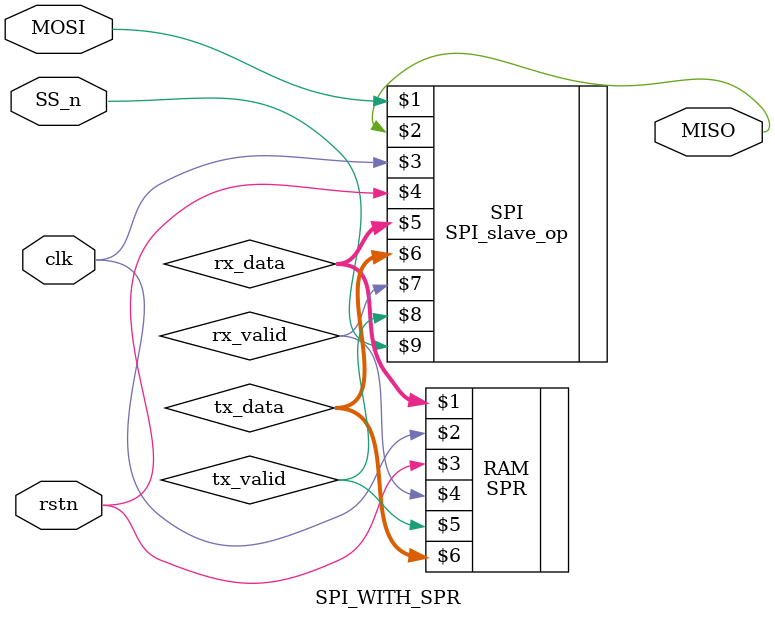
<source format=v>
module SPI_WITH_SPR#(parameter MEM_DEPTH=256,parameter ADDR_SIZE=8)(clk,rstn,MISO,MOSI,SS_n);

input clk,rstn,SS_n,MOSI;
output MISO;

wire tx_valid,rx_valid;
wire [7:0] tx_data;
wire[9:0] rx_data;

SPI_slave_op SPI(MOSI,MISO,clk,rstn,rx_data,tx_data,rx_valid,tx_valid,SS_n);
SPR #(MEM_DEPTH,ADDR_SIZE)RAM(rx_data,clk,rstn,rx_valid,tx_valid,tx_data);

endmodule
</source>
